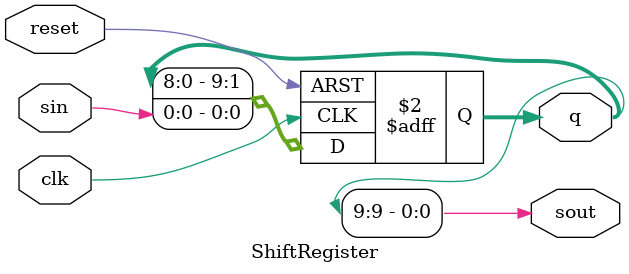
<source format=sv>
module ShiftRegister #(parameter N = 10)
    (
        input logic clk, reset, sin,
        output logic [N-1:0] q,
        output logic sout
    );

    always_ff @(posedge clk, posedge reset)
        if (reset)  q <= 0;
        else        q <= {q[N-2:0], sin};
    
    assign sout = q[N-1];
endmodule
</source>
